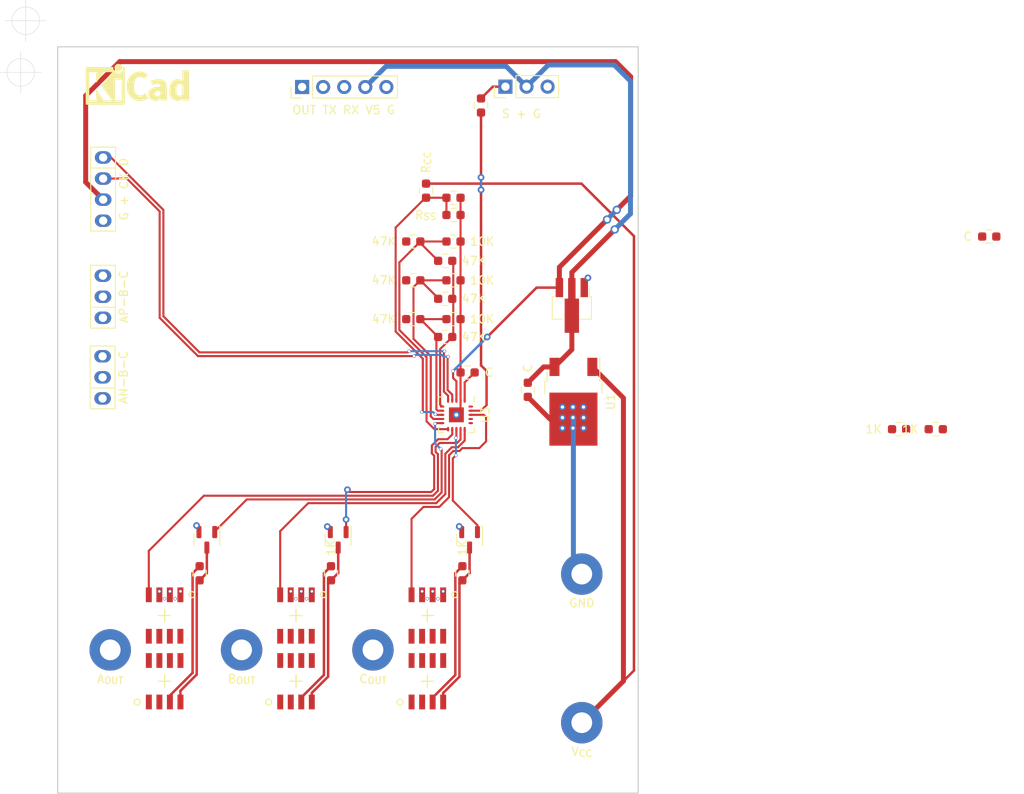
<source format=kicad_pcb>
(kicad_pcb (version 20211014) (generator pcbnew)
  (layers (0 "F.Cu" signal) (31 "B.Cu" signal) (34 "B.Paste" user) (35 "F.Paste" user) (36 "B.SilkS" user "B.Silkscreen") (37 "F.SilkS" user "F.Silkscreen") (38 "B.Mask" user) (39 "F.Mask" user) (44 "Edge.Cuts" user))
  (net 0 "")
  (net 1 "GND")
  (net 2 "Net-(C1-Pad1)")
  (net 3 "VCC")
  (net 4 "RXD")
  (net 5 "TXD")
  (net 6 "CPOUT")
  (net 7 "Net-(J4-Pad1)")
  (net 8 "+3V3")
  (net 9 "CK")
  (net 10 "2D")
  (net 11 "AOUT")
  (net 12 "BOUT")
  (net 13 "COUT")
  (net 14 "BP")
  (net 15 "Net-(Q1-Pad3)")
  (net 16 "Net-(Q4-Pad3)")
  (net 17 "CP")
  (net 18 "AP")
  (net 19 "Net-(Q7-Pad3)")
  (net 20 "RCP")
  (net 21 "FC")
  (net 22 "FB")
  (net 23 "FA")
  (net 24 "BN")
  (net 25 "CN")
  (net 26 "AN")
  (net 27 "+5V")
  (net 28 "F_ABC")
  (net 29 "V_SAMPLE")
  (footprint "MountingHole:MountingHole_2.5mm_Pad_TopBottom" (layer "F.Cu") (at 36.34 102.72)
    (fp_text reference "J8")
    (fp_text value "A_{OUT}" (at 0 3.5) (layer "F.SilkS"))
    (pad "1" thru_hole circle locked (at 0 0) (size 2.9 2.9) (drill 2.5) (layers *.Cu *.Mask) (net 11 "AOUT"))
    (pad "1" connect circle locked (at 0 0) (size 5 5) (layers "F.Cu" "F.Mask") (net 11 "AOUT"))
    (pad "1" connect circle locked (at 0 0) (size 5 5) (layers "B.Cu" "B.Mask") (net 11 "AOUT"))
  )
  (footprint "MountingHole:MountingHole_2.5mm_Pad_TopBottom" (layer "F.Cu") (at 93.2 93.58)
    (fp_text reference "J1")
    (fp_text value "GND" (at 0 3.5) (layer "F.SilkS"))
    (pad "1" thru_hole circle locked (at 0 0) (size 2.9 2.9) (drill 2.5) (layers *.Cu *.Mask) (net 1 "GND"))
    (pad "1" connect circle locked (at 0 0) (size 5 5) (layers "F.Cu" "F.Mask") (net 1 "GND"))
    (pad "1" connect circle locked (at 0 0) (size 5 5) (layers "B.Cu" "B.Mask") (net 1 "GND"))
  )
  (footprint "footprint:SOIC-8" (layer "F.Cu") (at 74.58 106.48 90)
    (fp_text reference "Q9")
    (fp_text value "pfet")
    (pad "1" smd rect locked (at -2.522068 -1.902486 180) (size 0.72 1.78) (layers "F.Cu" "F.Paste" "F.Mask") (net 3 "VCC"))
    (pad "2" smd rect locked (at -2.522068 -0.632486 180) (size 0.72 1.78) (layers "F.Cu" "F.Paste" "F.Mask") (net 3 "VCC"))
    (pad "3" smd rect locked (at -2.522068 0.637514 180) (size 0.72 1.78) (layers "F.Cu" "F.Paste" "F.Mask") (net 3 "VCC"))
    (pad "4" smd rect locked (at -2.522068 1.907514 180) (size 0.72 1.78) (layers "F.Cu" "F.Paste" "F.Mask") (net 19 "Net-(Q7-Pad3)"))
    (pad "5" smd rect locked (at 2.477932 1.907514 180) (size 0.72 1.78) (layers "F.Cu" "F.Paste" "F.Mask") (net 13 "COUT"))
    (pad "6" smd rect locked (at 2.477932 0.637514 180) (size 0.72 1.78) (layers "F.Cu" "F.Paste" "F.Mask") (net 13 "COUT"))
    (pad "7" smd rect locked (at 2.477932 -0.632486 180) (size 0.72 1.78) (layers "F.Cu" "F.Paste" "F.Mask") (net 13 "COUT"))
    (pad "8" smd rect locked (at 2.477932 -1.902486 180) (size 0.72 1.78) (layers "F.Cu" "F.Paste" "F.Mask") (net 13 "COUT"))
  )
  (footprint "footprint:0603_p1.7xpad1.0" (layer "F.Cu") (at 76.73 60.39)
    (fp_text reference "R11" hide)
    (fp_text value "47K" (at 5 0) (layer "F.SilkS") (effects (justify right)))
    (pad "1" smd roundrect locked (at -0.85 0) (size 1 1) (layers "F.Cu" "F.Paste" "F.Mask") (net 22 "FB"))
    (pad "2" smd roundrect locked (at 0.85 0) (size 1 1) (layers "F.Cu" "F.Paste" "F.Mask") (net 28 "F_ABC"))
  )
  (footprint "footprint:0603_p1.7xpad1.0" (layer "F.Cu") (at 76.73 55.81)
    (fp_text reference "R12" hide)
    (fp_text value "47K" (at 5 0) (layer "F.SilkS") (effects (justify right)))
    (pad "1" smd roundrect locked (at -0.85 0) (size 1 1) (layers "F.Cu" "F.Paste" "F.Mask") (net 23 "FA"))
    (pad "2" smd roundrect locked (at 0.85 0) (size 1 1) (layers "F.Cu" "F.Paste" "F.Mask") (net 28 "F_ABC"))
  )
  (footprint "Connector_PinHeader_2.54mm:PinHeader_1x05_P2.54mm_Vertical" (layer "F.Cu") (at 59.475 34.85 90)
    (fp_text reference "J3")
    (fp_text value "OUT TX RX V5 G" (at -2.77 5.025) (layer "F.SilkS"))
    (pad "1" thru_hole rect locked (at 0 0 90) (size 1.7 1.7) (drill 1) (layers *.Cu *.Mask) (net 6 "CPOUT"))
    (pad "2" thru_hole oval locked (at 0 2.54 90) (size 1.7 1.7) (drill 1) (layers *.Cu *.Mask) (net 5 "TXD"))
    (pad "3" thru_hole oval locked (at 0 5.08 90) (size 1.7 1.7) (drill 1) (layers *.Cu *.Mask) (net 4 "RXD"))
    (pad "4" thru_hole oval locked (at 0 7.62 90) (size 1.7 1.7) (drill 1) (layers *.Cu *.Mask) (net 27 "+5V"))
    (pad "5" thru_hole oval locked (at 0 10.16 90) (size 1.7 1.7) (drill 1) (layers *.Cu *.Mask) (net 1 "GND"))
  )
  (footprint "footprint:CONN3-P2.54-DR1.0-W1.5" (layer "F.Cu") (at 35.46 60.14 90)
    (fp_text reference "J6")
    (fp_text value "AP-B-C" (at 0 2.5 90) (layer "F.SilkS"))
    (pad "1" thru_hole oval locked (at -2.54 0 90) (size 1.5 2) (drill 1) (layers *.Cu *.Mask) (net 18 "AP"))
    (pad "2" thru_hole oval locked (at 0 0 90) (size 1.5 2) (drill 1) (layers *.Cu *.Mask) (net 14 "BP"))
    (pad "3" thru_hole oval locked (at 2.54 0 90) (size 1.5 2) (drill 1) (layers *.Cu *.Mask) (net 17 "CP"))
  )
  (footprint "footprint:0603_p1.7xpad1.0" (layer "F.Cu") (at 77.73 58.16)
    (fp_text reference "R7" hide)
    (fp_text value "10K" (at 5 0) (layer "F.SilkS") (effects (justify right)))
    (pad "1" smd roundrect locked (at -0.85 0) (size 1 1) (layers "F.Cu" "F.Paste" "F.Mask") (net 22 "FB"))
    (pad "2" smd roundrect locked (at 0.85 0) (size 1 1) (layers "F.Cu" "F.Paste" "F.Mask") (net 1 "GND"))
  )
  (footprint "footprint:SOIC-8" (layer "F.Cu") (at 42.9 106.48 90)
    (fp_text reference "Q3")
    (fp_text value "pfet" hide)
    (pad "1" smd rect locked (at -2.522068 -1.902486 180) (size 0.72 1.78) (layers "F.Cu" "F.Paste" "F.Mask") (net 3 "VCC"))
    (pad "2" smd rect locked (at -2.522068 -0.632486 180) (size 0.72 1.78) (layers "F.Cu" "F.Paste" "F.Mask") (net 3 "VCC"))
    (pad "3" smd rect locked (at -2.522068 0.637514 180) (size 0.72 1.78) (layers "F.Cu" "F.Paste" "F.Mask") (net 3 "VCC"))
    (pad "4" smd rect locked (at -2.522068 1.907514 180) (size 0.72 1.78) (layers "F.Cu" "F.Paste" "F.Mask") (net 15 "Net-(Q1-Pad3)"))
    (pad "5" smd rect locked (at 2.477932 1.907514 180) (size 0.72 1.78) (layers "F.Cu" "F.Paste" "F.Mask") (net 11 "AOUT"))
    (pad "6" smd rect locked (at 2.477932 0.637514 180) (size 0.72 1.78) (layers "F.Cu" "F.Paste" "F.Mask") (net 11 "AOUT"))
    (pad "7" smd rect locked (at 2.477932 -0.632486 180) (size 0.72 1.78) (layers "F.Cu" "F.Paste" "F.Mask") (net 11 "AOUT"))
    (pad "8" smd rect locked (at 2.477932 -1.902486 180) (size 0.72 1.78) (layers "F.Cu" "F.Paste" "F.Mask") (net 11 "AOUT"))
  )
  (footprint "footprint:0603_p1.7xpad1.0" (layer "F.Cu") (at 131.46 76.11)
    (fp_text reference "R16")
    (fp_text value "1K" (at -2 0) (layer "F.SilkS") (effects (justify right)))
    (pad "1" smd roundrect locked (at -0.85 0) (size 1 1) (layers "F.Cu" "F.Paste" "F.Mask") (net 5 "TXD"))
    (pad "2" smd roundrect locked (at 0.85 0) (size 1 1) (layers "F.Cu" "F.Paste" "F.Mask") (net 27 "+5V"))
  )
  (footprint "footprint:0603_p1.7xpad1.0" (layer "F.Cu") (at 77.73 62.84)
    (fp_text reference "R9" hide)
    (fp_text value "10K" (at 5 0) (layer "F.SilkS") (effects (justify right)))
    (pad "1" smd roundrect locked (at -0.85 0) (size 1 1) (layers "F.Cu" "F.Paste" "F.Mask") (net 21 "FC"))
    (pad "2" smd roundrect locked (at 0.85 0) (size 1 1) (layers "F.Cu" "F.Paste" "F.Mask") (net 1 "GND"))
  )
  (footprint "footprint:0603_p1.7xpad1.0" (layer "F.Cu") (at 81.05 37.08 -90)
    (fp_text reference "R3")
    (fp_text value "47K")
    (pad "1" smd roundrect locked (at -0.85 0 270) (size 1 1) (layers "F.Cu" "F.Paste" "F.Mask") (net 7 "Net-(J4-Pad1)"))
    (pad "2" smd roundrect locked (at 0.85 0 270) (size 1 1) (layers "F.Cu" "F.Paste" "F.Mask") (net 20 "RCP"))
  )
  (footprint "footprint:0603_p1.7xpad1.0" (layer "F.Cu") (at 142.327932 52.88379)
    (fp_text reference "C3")
    (fp_text value "C" (at -2 0) (layer "F.SilkS") (effects (justify right)))
    (pad "1" smd roundrect locked (at -0.85 0) (size 1 1) (layers "F.Cu" "F.Paste" "F.Mask") (net 8 "+3V3"))
    (pad "2" smd roundrect locked (at 0.85 0) (size 1 1) (layers "F.Cu" "F.Paste" "F.Mask") (net 1 "GND"))
  )
  (footprint "Symbol:KiCad-Logo_5mm_SilkScreen" (layer "F.Cu") (at 39.66 35.05)
    (fp_text reference "REF**" hide)
    (fp_text value "KiCad-Logo_5mm_SilkScreen" hide)
  )
  (footprint "footprint:0603_p1.7xpad1.0" (layer "F.Cu") (at 77.73 53.48)
    (fp_text reference "R5" hide)
    (fp_text value "10K" (at 5 0) (layer "F.SilkS") (effects (justify right)))
    (pad "1" smd roundrect locked (at -0.85 0) (size 1 1) (layers "F.Cu" "F.Paste" "F.Mask") (net 23 "FA"))
    (pad "2" smd roundrect locked (at 0.85 0) (size 1 1) (layers "F.Cu" "F.Paste" "F.Mask") (net 1 "GND"))
  )
  (footprint "footprint:SOIC-8" (layer "F.Cu") (at 58.74 98.6 -90)
    (fp_text reference "Q5")
    (fp_text value "nfet")
    (pad "1" smd rect locked (at -2.522068 -1.902486) (size 0.72 1.78) (layers "F.Cu" "F.Paste" "F.Mask") (net 1 "GND"))
    (pad "2" smd rect locked (at -2.522068 -0.632486) (size 0.72 1.78) (layers "F.Cu" "F.Paste" "F.Mask") (net 1 "GND"))
    (pad "3" smd rect locked (at -2.522068 0.637514) (size 0.72 1.78) (layers "F.Cu" "F.Paste" "F.Mask") (net 1 "GND"))
    (pad "4" smd rect locked (at -2.522068 1.907514) (size 0.72 1.78) (layers "F.Cu" "F.Paste" "F.Mask") (net 24 "BN"))
    (pad "5" smd rect locked (at 2.477932 1.907514) (size 0.72 1.78) (layers "F.Cu" "F.Paste" "F.Mask") (net 12 "BOUT"))
    (pad "6" smd rect locked (at 2.477932 0.637514) (size 0.72 1.78) (layers "F.Cu" "F.Paste" "F.Mask") (net 12 "BOUT"))
    (pad "7" smd rect locked (at 2.477932 -0.632486) (size 0.72 1.78) (layers "F.Cu" "F.Paste" "F.Mask") (net 12 "BOUT"))
    (pad "8" smd rect locked (at 2.477932 -1.902486) (size 0.72 1.78) (layers "F.Cu" "F.Paste" "F.Mask") (net 12 "BOUT"))
  )
  (footprint "MountingHole:MountingHole_2.5mm_Pad_TopBottom" (layer "F.Cu") (at 68.02 102.72)
    (fp_text reference "J10")
    (fp_text value "C_{OUT}" (at 0 3.5) (layer "F.SilkS"))
    (pad "1" connect circle locked (at 0 0) (size 5 5) (layers "B.Cu" "B.Mask") (net 13 "COUT"))
    (pad "1" thru_hole circle locked (at 0 0) (size 2.9 2.9) (drill 2.5) (layers *.Cu *.Mask) (net 13 "COUT"))
    (pad "1" connect circle locked (at 0 0) (size 5 5) (layers "F.Cu" "F.Mask") (net 13 "COUT"))
  )
  (footprint "Connector_PinHeader_2.54mm:PinHeader_1x03_P2.54mm_Vertical" (layer "F.Cu") (at 83.995 34.81 90)
    (fp_text reference "J4")
    (fp_text value "S + G" (at -3.27 1.94 180) (layer "F.SilkS"))
    (pad "1" thru_hole rect locked (at 0 0 90) (size 1.7 1.7) (drill 1) (layers *.Cu *.Mask) (net 7 "Net-(J4-Pad1)"))
    (pad "2" thru_hole oval locked (at 0 2.54 90) (size 1.7 1.7) (drill 1) (layers *.Cu *.Mask) (net 27 "+5V"))
    (pad "3" thru_hole oval locked (at 0 5.08 90) (size 1.7 1.7) (drill 1) (layers *.Cu *.Mask) (net 1 "GND"))
  )
  (footprint "Package_TO_SOT_SMD:SOT-23" (layer "F.Cu") (at 63.83 89.45 -90)
    (fp_text reference "Q4" hide)
    (fp_text value "2N3055" hide)
    (pad "1" smd roundrect locked (at -0.9375 -0.95 270) (size 1.475 0.6) (layers "F.Cu" "F.Paste" "F.Mask") (net 14 "BP"))
    (pad "2" smd roundrect locked (at -0.9375 0.95 270) (size 1.475 0.6) (layers "F.Cu" "F.Paste" "F.Mask") (net 1 "GND"))
    (pad "3" smd roundrect locked (at 0.9375 0 270) (size 1.475 0.6) (layers "F.Cu" "F.Paste" "F.Mask") (net 16 "Net-(Q4-Pad3)"))
  )
  (footprint "footprint:0603_p1.7xpad1.0" (layer "F.Cu") (at 62.96 93.48 -90)
    (fp_text reference "R14")
    (fp_text value "1K" (at -2 0 90) (layer "F.SilkS") (effects (justify left)))
    (pad "1" smd roundrect locked (at -0.85 0 270) (size 1 1) (layers "F.Cu" "F.Paste" "F.Mask") (net 3 "VCC"))
    (pad "2" smd roundrect locked (at 0.85 0 270) (size 1 1) (layers "F.Cu" "F.Paste" "F.Mask") (net 16 "Net-(Q4-Pad3)"))
  )
  (footprint "footprint:0603_p1.7xpad1.0" (layer "F.Cu") (at 79.43 69.27 180)
    (fp_text reference "C1")
    (fp_text value "C" (at -2 0) (layer "F.SilkS") (effects (justify left)))
    (pad "1" smd roundrect locked (at -0.85 0 180) (size 1 1) (layers "F.Cu" "F.Paste" "F.Mask") (net 2 "Net-(C1-Pad1)"))
    (pad "2" smd roundrect locked (at 0.85 0 180) (size 1 1) (layers "F.Cu" "F.Paste" "F.Mask") (net 1 "GND"))
  )
  (footprint "footprint:0603_p1.7xpad1.0" (layer "F.Cu") (at 78.8 93.48 -90)
    (fp_text reference "R15")
    (fp_text value "1K" (at -2 0 90) (layer "F.SilkS") (effects (justify left)))
    (pad "1" smd roundrect locked (at -0.85 0 270) (size 1 1) (layers "F.Cu" "F.Paste" "F.Mask") (net 3 "VCC"))
    (pad "2" smd roundrect locked (at 0.85 0 270) (size 1 1) (layers "F.Cu" "F.Paste" "F.Mask") (net 19 "Net-(Q7-Pad3)"))
  )
  (footprint "footprint:0603_p1.7xpad1.0" (layer "F.Cu") (at 72.88 58.16)
    (fp_text reference "R6" hide)
    (fp_text value "47K" (at -2 0) (layer "F.SilkS") (effects (justify right)))
    (pad "1" smd roundrect locked (at -0.85 0) (size 1 1) (layers "F.Cu" "F.Paste" "F.Mask") (net 12 "BOUT"))
    (pad "2" smd roundrect locked (at 0.85 0) (size 1 1) (layers "F.Cu" "F.Paste" "F.Mask") (net 22 "FB"))
  )
  (footprint "Package_TO_SOT_SMD:SOT-89-3_Handsoldering" (layer "F.Cu") (at 92 61.19 -90)
    (fp_text reference "U2" hide)
    (fp_text value "REGULAR-7133-1" hide)
    (pad "1" smd rect locked (at -2.15 -1.5 270) (size 2.3 0.9) (layers "F.Cu" "F.Paste" "F.Mask") (net 1 "GND"))
    (pad "2" smd custom locked (at -2.0625 0 270) (size 2.475 0.9) (layers "F.Cu" "F.Paste" "F.Mask") (net 27 "+5V") (options (clearance outline) (anchor rect)) (primitives (gr_poly (pts (xy 5.3625 0.8665) (xy 1.2375 0.8665) (xy 1.2375 -0.8665) (xy 5.3625 -0.8665)) (width 0) (fill yes))))
    (pad "3" smd rect locked (at -2.15 1.5 270) (size 2.3 0.9) (layers "F.Cu" "F.Paste" "F.Mask") (net 8 "+3V3"))
  )
  (footprint "footprint:0603_p1.7xpad1.0" (layer "F.Cu") (at 74.42 47.35 -90)
    (fp_text reference "R1" hide)
    (fp_text value "R_{CC}" (at -2 0 90) (layer "F.SilkS") (effects (justify left)))
    (pad "1" smd roundrect locked (at -0.85 0 270) (size 1 1) (layers "F.Cu" "F.Paste" "F.Mask") (net 3 "VCC"))
    (pad "2" smd roundrect locked (at 0.85 0 270) (size 1 1) (layers "F.Cu" "F.Paste" "F.Mask") (net 29 "V_SAMPLE"))
  )
  (footprint "footprint:CONN4-P2.54-DR1.0-W1.5" (layer "F.Cu") (at 35.49 47.16 -90)
    (fp_text reference "J5")
    (fp_text value "G + CK D" (at 0 -2.5 -270) (layer "F.SilkS"))
    (pad "1" thru_hole oval locked (at -3.81 0 270) (size 1.5 2) (drill 1) (layers *.Cu *.Mask) (net 10 "2D"))
    (pad "2" thru_hole oval locked (at -1.27 0 270) (size 1.5 2) (drill 1) (layers *.Cu *.Mask) (net 9 "CK"))
    (pad "3" thru_hole oval locked (at 1.27 0 270) (size 1.5 2) (drill 1) (layers *.Cu *.Mask) (net 8 "+3V3"))
    (pad "4" thru_hole oval locked (at 3.81 0 270) (size 1.5 2) (drill 1) (layers *.Cu *.Mask) (net 1 "GND"))
  )
  (footprint "Package_TO_SOT_SMD:SOT-23" (layer "F.Cu") (at 47.99 89.45 -90)
    (fp_text reference "Q1" hide)
    (fp_text value "2N3055" hide)
    (pad "1" smd roundrect locked (at -0.9375 -0.95 270) (size 1.475 0.6) (layers "F.Cu" "F.Paste" "F.Mask") (net 18 "AP"))
    (pad "2" smd roundrect locked (at -0.9375 0.95 270) (size 1.475 0.6) (layers "F.Cu" "F.Paste" "F.Mask") (net 1 "GND"))
    (pad "3" smd roundrect locked (at 0.9375 0 270) (size 1.475 0.6) (layers "F.Cu" "F.Paste" "F.Mask") (net 15 "Net-(Q1-Pad3)"))
  )
  (footprint "footprint:CONN3-P2.54-DR1.0-W1.5" (layer "F.Cu") (at 35.42 69.86 90)
    (fp_text reference "J7")
    (fp_text value "AN-B-C" (at 0 2.5 90) (layer "F.SilkS"))
    (pad "1" thru_hole oval locked (at -2.54 0 90) (size 1.5 2) (drill 1) (layers *.Cu *.Mask) (net 26 "AN"))
    (pad "2" thru_hole oval locked (at 0 0 90) (size 1.5 2) (drill 1) (layers *.Cu *.Mask) (net 24 "BN"))
    (pad "3" thru_hole oval locked (at 2.54 0 90) (size 1.5 2) (drill 1) (layers *.Cu *.Mask) (net 25 "CN"))
  )
  (footprint "footprint:QFN-20_EP_4x4_Pitch0.5mm" (layer "F.Cu") (at 78.08 74.38 -90)
    (fp_text reference "U3" (at 0 -3.5 90) (layer "F.SilkS"))
    (fp_text value "C8051F330")
    (pad "1" smd oval (at -1.725 -1) (size 0.25 0.55) (layers "F.Cu" "F.Paste" "F.Mask") (net 2 "Net-(C1-Pad1)"))
    (pad "2" smd oval (at -1.725 -0.5) (size 0.25 0.55) (layers "F.Cu" "F.Paste" "F.Mask") (net 1 "GND"))
    (pad "3" smd oval (at -1.725 0) (size 0.25 0.55) (layers "F.Cu" "F.Paste" "F.Mask") (net 8 "+3V3"))
    (pad "4" smd oval (at -1.725 0.5) (size 0.25 0.55) (layers "F.Cu" "F.Paste" "F.Mask") (net 9 "CK"))
    (pad "5" smd oval (at -1.725 1) (size 0.25 0.55) (layers "F.Cu" "F.Paste" "F.Mask") (net 10 "2D"))
    (pad "6" smd oval (at -1 1.725 270) (size 0.25 0.55) (layers "F.Cu" "F.Paste" "F.Mask") (net 28 "F_ABC"))
    (pad "7" smd oval (at -0.5 1.725 270) (size 0.25 0.55) (layers "F.Cu" "F.Paste" "F.Mask") (net 21 "FC"))
    (pad "8" smd oval (at 0 1.725 270) (size 0.25 0.55) (layers "F.Cu" "F.Paste" "F.Mask") (net 29 "V_SAMPLE"))
    (pad "9" smd oval (at 0.5 1.725 270) (size 0.25 0.55) (layers "F.Cu" "F.Paste" "F.Mask") (net 22 "FB"))
    (pad "10" smd oval (at 1 1.725 270) (size 0.25 0.55) (layers "F.Cu" "F.Paste" "F.Mask") (net 18 "AP"))
    (pad "11" smd oval (at 1.725 1) (size 0.25 0.55) (layers "F.Cu" "F.Paste" "F.Mask") (net 23 "FA"))
    (pad "12" smd oval (at 1.725 0.5) (size 0.25 0.55) (layers "F.Cu" "F.Paste" "F.Mask") (net 14 "BP"))
    (pad "13" smd oval (at 1.725 0) (size 0.25 0.55) (layers "F.Cu" "F.Paste" "F.Mask") (net 17 "CP"))
    (pad "14" smd oval (at 1.725 -0.5) (size 0.25 0.55) (layers "F.Cu" "F.Paste" "F.Mask") (net 26 "AN"))
    (pad "15" smd oval (at 1.725 -1) (size 0.25 0.55) (layers "F.Cu" "F.Paste" "F.Mask") (net 24 "BN"))
    (pad "16" smd oval (at 1 -1.725 270) (size 0.25 0.55) (layers "F.Cu" "F.Paste" "F.Mask") (net 4 "RXD"))
    (pad "17" smd oval (at 0.5 -1.725 270) (size 0.25 0.55) (layers "F.Cu" "F.Paste" "F.Mask") (net 5 "TXD"))
    (pad "18" smd oval (at 0 -1.725 270) (size 0.25 0.55) (layers "F.Cu" "F.Paste" "F.Mask") (net 25 "CN"))
    (pad "19" smd oval (at -0.5 -1.725 270) (size 0.25 0.55) (layers "F.Cu" "F.Paste" "F.Mask") (net 20 "RCP"))
    (pad "20" smd oval (at -1 -1.725 270) (size 0.25 0.55) (layers "F.Cu" "F.Paste" "F.Mask") (net 6 "CPOUT"))
    (pad "21" smd rect (at 0 0 270) (size 1.8 1.8) (layers "F.Cu" "F.Paste" "F.Mask") (net 1 "GND"))
    (pad "21" thru_hole circle (at 0 0 270) (size 0.9 0.9) (drill 0.45) (layers *.Cu *.Mask) (net 1 "GND"))
  )
  (footprint "footprint:SOIC-8" (layer "F.Cu") (at 74.58 98.6 -90)
    (fp_text reference "Q8")
    (fp_text value "nfet")
    (pad "1" smd rect locked (at -2.522068 -1.902486) (size 0.72 1.78) (layers "F.Cu" "F.Paste" "F.Mask") (net 1 "GND"))
    (pad "2" smd rect locked (at -2.522068 -0.632486) (size 0.72 1.78) (layers "F.Cu" "F.Paste" "F.Mask") (net 1 "GND"))
    (pad "3" smd rect locked (at -2.522068 0.637514) (size 0.72 1.78) (layers "F.Cu" "F.Paste" "F.Mask") (net 1 "GND"))
    (pad "4" smd rect locked (at -2.522068 1.907514) (size 0.72 1.78) (layers "F.Cu" "F.Paste" "F.Mask") (net 25 "CN"))
    (pad "5" smd rect locked (at 2.477932 1.907514) (size 0.72 1.78) (layers "F.Cu" "F.Paste" "F.Mask") (net 13 "COUT"))
    (pad "6" smd rect locked (at 2.477932 0.637514) (size 0.72 1.78) (layers "F.Cu" "F.Paste" "F.Mask") (net 13 "COUT"))
    (pad "7" smd rect locked (at 2.477932 -0.632486) (size 0.72 1.78) (layers "F.Cu" "F.Paste" "F.Mask") (net 13 "COUT"))
    (pad "8" smd rect locked (at 2.477932 -1.902486) (size 0.72 1.78) (layers "F.Cu" "F.Paste" "F.Mask") (net 13 "COUT"))
  )
  (footprint "footprint:0603_p1.7xpad1.0" (layer "F.Cu") (at 77.73 50.28)
    (fp_text reference "R2")
    (fp_text value "R_{SS}" (at -2 0) (layer "F.SilkS") (effects (justify right)))
    (pad "1" smd roundrect locked (at -0.85 0) (size 1 1) (layers "F.Cu" "F.Paste" "F.Mask") (net 29 "V_SAMPLE"))
    (pad "2" smd roundrect locked (at 0.85 0) (size 1 1) (layers "F.Cu" "F.Paste" "F.Mask") (net 1 "GND"))
  )
  (footprint "footprint:0603_p1.7xpad1.0" (layer "F.Cu") (at 86.69 71.36 -90)
    (fp_text reference "C2")
    (fp_text value "C" (at -2 0 90) (layer "F.SilkS") (effects (justify left)))
    (pad "1" smd roundrect locked (at -0.85 0 270) (size 1 1) (layers "F.Cu" "F.Paste" "F.Mask") (net 27 "+5V"))
    (pad "2" smd roundrect locked (at 0.85 0 270) (size 1 1) (layers "F.Cu" "F.Paste" "F.Mask") (net 1 "GND"))
  )
  (footprint "MountingHole:MountingHole_2.5mm_Pad_TopBottom" (layer "F.Cu") (at 93.2 111.5)
    (fp_text reference "J2")
    (fp_text value "V_{CC}" (at 0 3.5) (layer "F.SilkS"))
    (pad "1" thru_hole circle locked (at 0 0) (size 2.9 2.9) (drill 2.5) (layers *.Cu *.Mask) (net 3 "VCC"))
    (pad "1" connect circle locked (at 0 0) (size 5 5) (layers "B.Cu" "B.Mask") (net 3 "VCC"))
    (pad "1" connect circle locked (at 0 0) (size 5 5) (layers "F.Cu" "F.Mask") (net 3 "VCC"))
  )
  (footprint "footprint:SOIC-8" (layer "F.Cu") (at 42.9 98.6 -90)
    (fp_text reference "Q2")
    (fp_text value "nfet" hide)
    (pad "1" smd rect locked (at -2.522068 -1.902486) (size 0.72 1.78) (layers "F.Cu" "F.Paste" "F.Mask") (net 1 "GND"))
    (pad "2" smd rect locked (at -2.522068 -0.632486) (size 0.72 1.78) (layers "F.Cu" "F.Paste" "F.Mask") (net 1 "GND"))
    (pad "3" smd rect locked (at -2.522068 0.637514) (size 0.72 1.78) (layers "F.Cu" "F.Paste" "F.Mask") (net 1 "GND"))
    (pad "4" smd rect locked (at -2.522068 1.907514) (size 0.72 1.78) (layers "F.Cu" "F.Paste" "F.Mask") (net 26 "AN"))
    (pad "5" smd rect locked (at 2.477932 1.907514) (size 0.72 1.78) (layers "F.Cu" "F.Paste" "F.Mask") (net 11 "AOUT"))
    (pad "6" smd rect locked (at 2.477932 0.637514) (size 0.72 1.78) (layers "F.Cu" "F.Paste" "F.Mask") (net 11 "AOUT"))
    (pad "7" smd rect locked (at 2.477932 -0.632486) (size 0.72 1.78) (layers "F.Cu" "F.Paste" "F.Mask") (net 11 "AOUT"))
    (pad "8" smd rect locked (at 2.477932 -1.902486) (size 0.72 1.78) (layers "F.Cu" "F.Paste" "F.Mask") (net 11 "AOUT"))
  )
  (footprint "footprint:0603_p1.7xpad1.0" (layer "F.Cu") (at 77.73 48.20379)
    (fp_text reference "C4" hide)
    (fp_text value "C" hide)
    (pad "1" smd roundrect locked (at -0.85 0) (size 1 1) (layers "F.Cu" "F.Paste" "F.Mask") (net 29 "V_SAMPLE"))
    (pad "2" smd roundrect locked (at 0.85 0) (size 1 1) (layers "F.Cu" "F.Paste" "F.Mask") (net 1 "GND"))
  )
  (footprint "footprint:0603_p1.7xpad1.0" (layer "F.Cu") (at 76.73 64.99)
    (fp_text reference "R10" hide)
    (fp_text value "47K" (at 5 0) (layer "F.SilkS") (effects (justify right)))
    (pad "1" smd roundrect locked (at -0.85 0) (size 1 1) (layers "F.Cu" "F.Paste" "F.Mask") (net 21 "FC"))
    (pad "2" smd roundrect locked (at 0.85 0) (size 1 1) (layers "F.Cu" "F.Paste" "F.Mask") (net 28 "F_ABC"))
  )
  (footprint "MountingHole:MountingHole_2.5mm_Pad_TopBottom" (layer "F.Cu") (at 52.18 102.72)
    (fp_text reference "J9")
    (fp_text value "B_{OUT}" (at 0 3.5) (layer "F.SilkS"))
    (pad "1" connect circle locked (at 0 0) (size 5 5) (layers "B.Cu" "B.Mask") (net 12 "BOUT"))
    (pad "1" connect circle locked (at 0 0) (size 5 5) (layers "F.Cu" "F.Mask") (net 12 "BOUT"))
    (pad "1" thru_hole circle locked (at 0 0) (size 2.9 2.9) (drill 2.5) (layers *.Cu *.Mask) (net 12 "BOUT"))
  )
  (footprint "footprint:0603_p1.7xpad1.0" (layer "F.Cu") (at 135.88 76.11)
    (fp_text reference "R17")
    (fp_text value "1K" (at -2 0) (layer "F.SilkS") (effects (justify right)))
    (pad "1" smd roundrect locked (at -0.85 0) (size 1 1) (layers "F.Cu" "F.Paste" "F.Mask") (net 4 "RXD"))
    (pad "2" smd roundrect locked (at 0.85 0) (size 1 1) (layers "F.Cu" "F.Paste" "F.Mask") (net 27 "+5V"))
  )
  (footprint "footprint:0603_p1.7xpad1.0" (layer "F.Cu") (at 72.88 53.48)
    (fp_text reference "R4" hide)
    (fp_text value "47K" (at -2 0) (layer "F.SilkS") (effects (justify right)))
    (pad "1" smd roundrect locked (at -0.85 0) (size 1 1) (layers "F.Cu" "F.Paste" "F.Mask") (net 11 "AOUT"))
    (pad "2" smd roundrect locked (at 0.85 0) (size 1 1) (layers "F.Cu" "F.Paste" "F.Mask") (net 23 "FA"))
  )
  (footprint "footprint:SOIC-8" (layer "F.Cu") (at 58.74 106.48 90)
    (fp_text reference "Q6")
    (fp_text value "pfet")
    (pad "1" smd rect locked (at -2.522068 -1.902486 180) (size 0.72 1.78) (layers "F.Cu" "F.Paste" "F.Mask") (net 3 "VCC"))
    (pad "2" smd rect locked (at -2.522068 -0.632486 180) (size 0.72 1.78) (layers "F.Cu" "F.Paste" "F.Mask") (net 3 "VCC"))
    (pad "3" smd rect locked (at -2.522068 0.637514 180) (size 0.72 1.78) (layers "F.Cu" "F.Paste" "F.Mask") (net 3 "VCC"))
    (pad "4" smd rect locked (at -2.522068 1.907514 180) (size 0.72 1.78) (layers "F.Cu" "F.Paste" "F.Mask") (net 16 "Net-(Q4-Pad3)"))
    (pad "5" smd rect locked (at 2.477932 1.907514 180) (size 0.72 1.78) (layers "F.Cu" "F.Paste" "F.Mask") (net 12 "BOUT"))
    (pad "6" smd rect locked (at 2.477932 0.637514 180) (size 0.72 1.78) (layers "F.Cu" "F.Paste" "F.Mask") (net 12 "BOUT"))
    (pad "7" smd rect locked (at 2.477932 -0.632486 180) (size 0.72 1.78) (layers "F.Cu" "F.Paste" "F.Mask") (net 12 "BOUT"))
    (pad "8" smd rect locked (at 2.477932 -1.902486 180) (size 0.72 1.78) (layers "F.Cu" "F.Paste" "F.Mask") (net 12 "BOUT"))
  )
  (footprint "footprint:0603_p1.7xpad1.0" (layer "F.Cu") (at 47.12 93.48 -90)
    (fp_text reference "R13" hide)
    (fp_text value "1K" hide)
    (pad "1" smd roundrect locked (at -0.85 0 270) (size 1 1) (layers "F.Cu" "F.Paste" "F.Mask") (net 3 "VCC"))
    (pad "2" smd roundrect locked (at 0.85 0 270) (size 1 1) (layers "F.Cu" "F.Paste" "F.Mask") (net 15 "Net-(Q1-Pad3)"))
  )
  (footprint "Package_TO_SOT_SMD:SOT-23" (layer "F.Cu") (at 79.67 89.45 -90)
    (fp_text reference "Q7" hide)
    (fp_text value "2N3055" hide)
    (pad "1" smd roundrect locked (at -0.9375 -0.95 270) (size 1.475 0.6) (layers "F.Cu" "F.Paste" "F.Mask") (net 17 "CP"))
    (pad "2" smd roundrect locked (at -0.9375 0.95 270) (size 1.475 0.6) (layers "F.Cu" "F.Paste" "F.Mask") (net 1 "GND"))
    (pad "3" smd roundrect locked (at 0.9375 0 270) (size 1.475 0.6) (layers "F.Cu" "F.Paste" "F.Mask") (net 19 "Net-(Q7-Pad3)"))
  )
  (footprint "Package_TO_SOT_SMD:TO-252-2" (layer "F.Cu") (at 92.19 72.8 -90)
    (fp_text reference "U1" (at 0 -4.5 90) (layer "F.SilkS"))
    (fp_text value "L7805")
    (pad "1" smd rect locked (at -4.2 -2.28 270) (size 2.2 1.2) (layers "F.Cu" "F.Paste" "F.Mask") (net 3 "VCC"))
    (pad "2" smd rect locked (at 2.1 0 270) (size 6.4 5.8) (layers "F.Cu" "F.Mask") (net 1 "GND"))
    (pad "3" smd rect locked (at -4.2 2.28 270) (size 2.2 1.2) (layers "F.Cu" "F.Paste" "F.Mask") (net 27 "+5V"))
  )
  (footprint "footprint:0603_p1.7xpad1.0" (layer "F.Cu") (at 72.88 62.84)
    (fp_text reference "R8" hide)
    (fp_text value "47K" (at -2 0) (layer "F.SilkS") (effects (justify right)))
    (pad "1" smd roundrect locked (at -0.85 0) (size 1 1) (layers "F.Cu" "F.Paste" "F.Mask") (net 13 "COUT"))
    (pad "2" smd roundrect locked (at 0.85 0) (size 1 1) (layers "F.Cu" "F.Paste" "F.Mask") (net 21 "FC"))
  )
  (gr_line (start 100 30) (end 100 120) (layer "Edge.Cuts") (width 0.15))
  (gr_line (start 30 30) (end 100 30) (layer "Edge.Cuts") (width 0.15))
  (gr_line (start 30 120) (end 100 120) (layer "Edge.Cuts") (width 0.15))
  (gr_line (start 30 30) (end 30 120) (layer "Edge.Cuts") (width 0.15))
  (target plus (at 25.55 33.09) (size 5) (width 0.05) (layer "Edge.Cuts"))
  (target plus (at 26.15 26.86) (size 5) (width 0.05) (layer "Edge.Cuts"))
  (segment (start 78.58 72.655) (end 78.58 73.88) (width 0.25) (layer "F.Cu") (net 1))
  (segment (start 78.58 48.20379) (end 78.58 72.655) (width 0.25) (layer "F.Cu") (net 1))
  (segment (start 86.69 72.21) (end 89.38 74.9) (width 0.6) (layer "F.Cu") (net 1))
  (segment (start 89.38 74.9) (end 92.19 74.9) (width 0.25) (layer "F.Cu") (net 1))
  (segment (start 78.58 73.88) (end 78.08 74.38) (width 0.25) (layer "F.Cu") (net 1))
  (via (at 60.65 95.66) (size 0.4) (drill 0.3) (layers "F.Cu" "B.Cu") (net 1))
  (via (at 90.87 73.44) (size 0.8) (drill 0.4) (layers "F.Cu" "B.Cu") (net 1))
  (via (at 92.14 74.71) (size 0.8) (drill 0.4) (layers "F.Cu" "B.Cu") (net 1))
  (via (at 93.41 75.98) (size 0.8) (drill 0.4) (layers "F.Cu" "B.Cu") (net 1))
  (via (at 93.41 74.71) (size 0.8) (drill 0.4) (layers "F.Cu" "B.Cu") (net 1))
  (via (at 62.52 87.85) (size 0.8) (drill 0.4) (layers "F.Cu" "B.Cu") (net 1))
  (via (at 42.89 96.55) (size 0.4) (drill 0.3) (layers "F.Cu" "B.Cu") (net 1))
  (via (at 93.41 73.44) (size 0.8) (drill 0.4) (layers "F.Cu" "B.Cu") (net 1))
  (via (at 76.49 95.66) (size 0.4) (drill 0.3) (layers "F.Cu" "B.Cu") (net 1))
  (via (at 44.17 96.55) (size 0.4) (drill 0.3) (layers "F.Cu" "B.Cu") (net 1))
  (via (at 78.42 87.84) (size 0.8) (drill 0.4) (layers "F.Cu" "B.Cu") (net 1))
  (via (at 93.94 57.86) (size 0.8) (drill 0.4) (layers "F.Cu" "B.Cu") (net 1))
  (via (at 43.54 95.66) (size 0.4) (drill 0.3) (layers "F.Cu" "B.Cu") (net 1))
  (via (at 75.22 95.66) (size 0.4) (drill 0.3) (layers "F.Cu" "B.Cu") (net 1))
  (via (at 60.01 96.55) (size 0.4) (drill 0.3) (layers "F.Cu" "B.Cu") (net 1))
  (via (at 92.14 75.98) (size 0.8) (drill 0.4) (layers "F.Cu" "B.Cu") (net 1))
  (via (at 58.73 96.55) (size 0.4) (drill 0.3) (layers "F.Cu" "B.Cu") (net 1))
  (via (at 44.81 95.66) (size 0.4) (drill 0.3) (layers "F.Cu" "B.Cu") (net 1))
  (via (at 75.85 96.55) (size 0.4) (drill 0.3) (layers "F.Cu" "B.Cu") (net 1))
  (via (at 92.14 73.44) (size 0.8) (drill 0.4) (layers "F.Cu" "B.Cu") (net 1))
  (via (at 74.57 96.55) (size 0.4) (drill 0.3) (layers "F.Cu" "B.Cu") (net 1))
  (via (at 59.38 95.66) (size 0.4) (drill 0.3) (layers "F.Cu" "B.Cu") (net 1))
  (via (at 73.95 95.66) (size 0.4) (drill 0.3) (layers "F.Cu" "B.Cu") (net 1))
  (via (at 42.27 95.66) (size 0.4) (drill 0.3) (layers "F.Cu" "B.Cu") (net 1))
  (via (at 90.87 75.98) (size 0.8) (drill 0.4) (layers "F.Cu" "B.Cu") (net 1))
  (via (at 90.87 74.71) (size 0.8) (drill 0.4) (layers "F.Cu" "B.Cu") (net 1))
  (via (at 58.11 95.66) (size 0.4) (drill 0.3) (layers "F.Cu" "B.Cu") (net 1))
  (via (at 46.75 87.73) (size 0.8) (drill 0.4) (layers "F.Cu" "B.Cu") (net 1))
  (segment (start 92.19 74.9) (end 92.19 92.57) (width 0.6) (layer "B.Cu") (net 1))
  (segment (start 79.08 72.655) (end 79.08 70.47) (width 0.25) (layer "F.Cu") (net 2))
  (segment (start 79.08 70.47) (end 80.28 69.27) (width 0.25) (layer "F.Cu") (net 2))
  (segment (start 77.95048 93.47952) (end 77.95048 105.74952) (width 0.3) (layer "F.Cu") (net 3))
  (segment (start 99.49 105.21) (end 95.5 109.2) (width 0.3) (layer "F.Cu") (net 3))
  (segment (start 75.217514 108.472068) (end 75.217514 109.002068) (width 0.3) (layer "F.Cu") (net 3))
  (segment (start 98.22 72.35) (end 94.47 68.6) (width 0.6) (layer "F.Cu") (net 3))
  (segment (start 47.12 92.63) (end 46.27048 93.47952) (width 0.3) (layer "F.Cu") (net 3))
  (segment (start 46.27048 93.47952) (end 46.27048 105.48952) (width 0.3) (layer "F.Cu") (net 3))
  (segment (start 62.11048 105.739102) (end 59.377514 108.472068) (width 0.3) (layer "F.Cu") (net 3))
  (segment (start 43.537514 108.222486) (end 43.537514 109.002068) (width 0.3) (layer "F.Cu") (net 3))
  (segment (start 93.16 46.5) (end 99.49 52.83) (width 0.3) (layer "F.Cu") (net 3))
  (segment (start 74.42 46.5) (end 93.16 46.5) (width 0.3) (layer "F.Cu") (net 3))
  (segment (start 98.22 106.48) (end 98.22 72.35) (width 0.6) (layer "F.Cu") (net 3))
  (segment (start 78.8 92.63) (end 77.95048 93.47952) (width 0.3) (layer "F.Cu") (net 3))
  (segment (start 99.49 52.83) (end 99.49 105.21) (width 0.3) (layer "F.Cu") (net 3))
  (segment (start 93.2 111.5) (end 98.22 106.48) (width 0.6) (layer "F.Cu") (net 3))
  (segment (start 77.95048 105.74952) (end 75.217514 108.482486) (width 0.3) (layer "F.Cu") (net 3))
  (segment (start 62.11048 93.47952) (end 62.11048 105.739102) (width 0.3) (layer "F.Cu") (net 3))
  (segment (start 59.377514 108.472068) (end 59.377514 109.002068) (width 0.3) (layer "F.Cu") (net 3))
  (segment (start 46.27048 105.48952) (end 43.537514 108.222486) (width 0.3) (layer "F.Cu") (net 3))
  (segment (start 62.96 92.63) (end 62.11048 93.47952) (width 0.3) (layer "F.Cu") (net 3))
  (segment (start 83.995 34.81) (end 82.47 34.81) (width 0.3) (layer "F.Cu") (net 7))
  (segment (start 82.47 34.81) (end 81.05 36.23) (width 0.3) (layer "F.Cu") (net 7))
  (segment (start 90.5 59.04) (end 87.75 59.04) (width 0.3) (layer "F.Cu") (net 8))
  (segment (start 87.75 59.04) (end 81.8 64.99) (width 0.3) (layer "F.Cu") (net 8))
  (segment (start 99.09 47.99) (end 99.09 33.6) (width 0.6) (layer "F.Cu") (net 8))
  (segment (start 97.42 49.66) (end 99.09 47.99) (width 0.6) (layer "F.Cu") (net 8))
  (segment (start 81.8 64.99) (end 81.7995 64.99) (width 0.3) (layer "F.Cu") (net 8))
  (segment (start 97.28 31.79) (end 37.49 31.79) (width 0.6) (layer "F.Cu") (net 8))
  (segment (start 33.38 46.32) (end 35.49 48.43) (width 0.6) (layer "F.Cu") (net 8))
  (segment (start 78.08 72.655) (end 78.08 70.34) (width 0.25) (layer "F.Cu") (net 8))
  (segment (start 90.5 56.58) (end 96.25 50.83) (width 0.6) (layer "F.Cu") (net 8))
  (segment (start 78.08 70.34) (end 77.6805 69.9405) (width 0.25) (layer "F.Cu") (net 8))
  (segment (start 37.49 31.79) (end 33.38 35.9) (width 0.6) (layer "F.Cu") (net 8))
  (segment (start 90.5 59.04) (end 90.5 56.58) (width 0.6) (layer "F.Cu") (net 8))
  (segment (start 77.6805 69.9405) (end 77.6805 69.11) (width 0.25) (layer "F.Cu") (net 8))
  (segment (start 99.09 33.6) (end 97.28 31.79) (width 0.6) (layer "F.Cu") (net 8))
  (segment (start 33.38 35.9) (end 33.38 46.32) (width 0.6) (layer "F.Cu") (net 8))
  (via (at 77.6805 69.11) (size 0.4) (drill 0.3) (layers "F.Cu" "B.Cu") (net 8))
  (via (at 81.7995 64.99) (size 0.8) (drill 0.4) (layers "F.Cu" "B.Cu") (net 8))
  (via (at 97.42 49.66) (size 1) (drill 0.6) (layers "F.Cu" "B.Cu") (net 8))
  (via (at 96.25 50.83) (size 1) (drill 0.6) (layers "F.Cu" "B.Cu") (net 8))
  (segment (start 81.7995 64.99) (end 81.7995 64.991) (width 0.3) (layer "B.Cu") (net 8))
  (segment (start 96.25 50.83) (end 97.42 49.66) (width 0.6) (layer "B.Cu") (net 8))
  (segment (start 77.6805 69.11) (end 81.7995 64.991) (width 0.3) (layer "B.Cu") (net 8))
  (segment (start 77.01856 71.383803) (end 77.58 71.945242) (width 0.25) (layer "F.Cu") (net 9))
  (segment (start 77.01856 67.44498) (end 77.09354 67.37) (width 0.25) (layer "F.Cu") (net 9))
  (segment (start 46.915638 67.295638) (end 42.3 62.68) (width 0.25) (layer "F.Cu") (net 9))
  (segment (start 38.34 45.89) (end 35.49 45.89) (width 0.25) (layer "F.Cu") (net 9))
  (segment (start 77.58 72.655) (end 77.58 71.945242) (width 0.25) (layer "F.Cu") (net 9))
  (segment (start 77.01856 71.383803) (end 77.01856 67.44498) (width 0.25) (layer "F.Cu") (net 9))
  (segment (start 72.974362 67.295638) (end 46.915638 67.295638) (width 0.25) (layer "F.Cu") (net 9))
  (segment (start 42.3 49.85) (end 38.34 45.89) (width 0.25) (layer "F.Cu") (net 9))
  (segment (start 42.3 62.68) (end 42.3 49.85) (width 0.25) (layer "F.Cu") (net 9))
  (via (at 72.974362 67.295638) (size 0.4) (drill 0.3) (layers "F.Cu" "B.Cu") (net 9))
  (via (at 77.09354 67.37) (size 0.4) (drill 0.3) (layers "F.Cu" "B.Cu") (net 9))
  (segment (start 76.54 67.37) (end 76.33 67.16) (width 0.25) (layer "B.Cu") (net 9))
  (segment (start 76.325158 67.155158) (end 73.11 67.155158) (width 0.25) (layer "B.Cu") (net 9))
  (segment (start 77.09354 67.37) (end 76.54 67.37) (width 0.25) (layer "B.Cu") (net 9))
  (segment (start 73.11 67.16) (end 72.974362 67.295638) (width 0.25) (layer "B.Cu") (net 9))
  (segment (start 73.11 67.155158) (end 73.11 67.16) (width 0.25) (layer "B.Cu") (net 9))
  (segment (start 76.33 67.16) (end 76.325158 67.155158) (width 0.25) (layer "B.Cu") (net 9))
  (segment (start 36.435718 43.35) (end 35.49 43.35) (width 0.25) (layer "F.Cu") (net 10))
  (segment (start 77.08 72.655) (end 77.08 72.08096) (width 0.25) (layer "F.Cu") (net 10))
  (segment (start 76.56904 66.776338) (end 76.64402 66.701358) (width 0.25) (layer "F.Cu") (net 10))
  (segment (start 72.384362 66.705638) (end 72.243882 66.846118) (width 0.25) (layer "F.Cu") (net 10))
  (segment (start 42.74952 62.493802) (end 42.74952 49.663802) (width 0.25) (layer "F.Cu") (net 10))
  (segment (start 42.74952 49.663802) (end 36.435718 43.35) (width 0.25) (layer "F.Cu") (net 10))
  (segment (start 47.101836 66.846118) (end 42.74952 62.493802) (width 0.25) (layer "F.Cu") (net 10))
  (segment (start 72.243882 66.846118) (end 47.101836 66.846118) (width 0.25) (layer "F.Cu") (net 10))
  (segment (start 76.56904 71.57) (end 76.56904 66.776338) (width 0.25) (layer "F.Cu") (net 10))
  (segment (start 77.08 72.08096) (end 76.56904 71.57) (width 0.25) (layer "F.Cu") (net 10))
  (via (at 72.384362 66.705638) (size 0.4) (drill 0.3) (layers "F.Cu" "B.Cu") (net 10))
  (via (at 76.64402 66.701358) (size 0.4) (drill 0.3) (layers "F.Cu" "B.Cu") (net 10))
  (segment (start 76.64402 66.701358) (end 76.63974 66.705638) (width 0.25) (layer "B.Cu") (net 10))
  (segment (start 76.63974 66.705638) (end 72.384362 66.705638) (width 0.25) (layer "B.Cu") (net 10))
  (segment (start 75.12048 79.026197) (end 75.12048 78.073802) (width 0.25) (layer "F.Cu") (net 14))
  (segment (start 77.58 76.75) (end 77.58 76.105) (width 0.25) (layer "F.Cu") (net 14))
  (segment (start 75.40096 83.32904) (end 75.40096 79.306678) (width 0.25) (layer "F.Cu") (net 14))
  (segment (start 75.04808 83.68192) (end 75.40096 83.32904) (width 0.25) (layer "F.Cu") (net 14))
  (segment (start 65.21498 83.68192) (end 75.04808 83.68192) (width 0.25) (layer "F.Cu") (net 14))
  (segment (start 75.40096 79.306678) (end 75.12048 79.026197) (width 0.25) (layer "F.Cu") (net 14))
  (segment (start 64.78 88.0625) (end 64.78 87) (width 0.25) (layer "F.Cu") (net 14))
  (segment (start 77.012379 77.317621) (end 77.58 76.75) (width 0.25) (layer "F.Cu") (net 14))
  (segment (start 75.876661 77.317621) (end 77.012379 77.317621) (width 0.25) (layer "F.Cu") (net 14))
  (segment (start 64.94 83.40694) (end 65.21498 83.68192) (width 0.25) (layer "F.Cu") (net 14))
  (segment (start 75.12048 78.073802) (end 75.876661 77.317621) (width 0.25) (layer "F.Cu") (net 14))
  (via (at 64.78 87) (size 0.8) (drill 0.4) (layers "F.Cu" "B.Cu") (net 14))
  (via (at 64.94 83.40694) (size 0.8) (drill 0.4) (layers "F.Cu" "B.Cu") (net 14))
  (segment (start 64.78 83.56694) (end 64.94 83.40694) (width 0.25) (layer "B.Cu") (net 14))
  (segment (start 64.78 87) (end 64.78 83.56694) (width 0.25) (layer "B.Cu") (net 14))
  (segment (start 47.99 93.46) (end 47.12 94.33) (width 0.3) (layer "F.Cu") (net 15))
  (segment (start 47.99 90.3175) (end 47.99 93.46) (width 0.3) (layer "F.Cu") (net 15))
  (segment (start 46.77 94.68) (end 46.77 105.696428) (width 0.3) (layer "F.Cu") (net 15))
  (segment (start 47.12 94.33) (end 46.77 94.68) (width 0.3) (layer "F.Cu") (net 15))
  (segment (start 46.77 105.696428) (end 44.807514 107.658914) (width 0.3) (layer "F.Cu") (net 15))
  (segment (start 44.807514 107.658914) (end 44.807514 109.002068) (width 0.3) (layer "F.Cu") (net 15))
  (segment (start 62.96 94.33) (end 62.61 94.68) (width 0.3) (layer "F.Cu") (net 16))
  (segment (start 62.61 94.68) (end 62.61 105.946009) (width 0.3) (layer "F.Cu") (net 16))
  (segment (start 62.61 105.946009) (end 60.647514 107.908496) (width 0.3) (layer "F.Cu") (net 16))
  (segment (start 60.647514 107.908496) (end 60.647514 109.002068) (width 0.3) (layer "F.Cu") (net 16))
  (segment (start 63.83 89.9375) (end 63.83 93.46) (width 0.3) (layer "F.Cu") (net 16))
  (segment (start 63.83 93.46) (end 62.96 94.33) (width 0.3) (layer "F.Cu") (net 16))
  (segment (start 78.08 77.102526) (end 78.021263 77.161263) (width 0.25) (layer "F.Cu") (net 17))
  (segment (start 80.62 88.5125) (end 80.62 87.69) (width 0.25) (layer "F.Cu") (net 17))
  (segment (start 77.64856 79.63546) (end 78.02 79.26402) (width 0.25) (layer "F.Cu") (net 17))
  (segment (start 77.64856 84.71856) (end 77.64856 79.63546) (width 0.25) (layer "F.Cu") (net 17))
  (segment (start 80.62 87.69) (end 77.64856 84.71856) (width 0.25) (layer "F.Cu") (net 17))
  (segment (start 78.08 76.105) (end 78.08 77.102526) (width 0.25) (layer "F.Cu") (net 17))
  (via (at 78.02 79.26402) (size 0.4) (drill 0.3) (layers "F.Cu" "B.Cu") (net 17))
  (via (at 78.021263 77.161263) (size 0.4) (drill 0.3) (layers "F.Cu" "B.Cu") (net 17))
  (segment (start 78.021263 79.262757) (end 78.02 79.26402) (width 0.25) (layer "B.Cu") (net 17))
  (segment (start 78.021263 77.161263) (end 78.021263 79.262757) (width 0.25) (layer "B.Cu") (net 17))
  (segment (start 76.355 75.38) (end 75.58 75.38) (width 0.25) (layer "F.Cu") (net 18))
  (segment (start 48.94 88.4425) (end 52.80154 84.58096) (width 0.25) (layer "F.Cu") (net 18))
  (segment (start 76.3 83.73) (end 76.3 78.611641) (width 0.25) (layer "F.Cu") (net 18))
  (segment (start 76.3 78.611641) (end 76.18 78.491641) (width 0.25) (layer "F.Cu") (net 18))
  (segment (start 52.80154 84.58096) (end 75.44904 84.58096) (width 0.25) (layer "F.Cu") (net 18))
  (segment (start 75.58 75.38) (end 75.510878 75.449122) (width 0.25) (layer "F.Cu") (net 18))
  (segment (start 75.44904 84.58096) (end 76.3 83.73) (width 0.25) (layer "F.Cu") (net 18))
  (via (at 76.18 78.491641) (size 0.4) (drill 0.3) (layers "F.Cu" "B.Cu") (net 18))
  (via (at 75.510878 75.449122) (size 0.4) (drill 0.3) (layers "F.Cu" "B.Cu") (net 18))
  (segment (start 75.510878 77.822519) (end 75.510878 75.449122) (width 0.25) (layer "B.Cu") (net 18))
  (segment (start 76.18 78.491641) (end 75.510878 77.822519) (width 0.25) (layer "B.Cu") (net 18))
  (segment (start 78.45 94.68) (end 78.449999 105.956429) (width 0.3) (layer "F.Cu") (net 19))
  (segment (start 76.487514 107.918913) (end 76.487514 109.002068) (width 0.3) (layer "F.Cu") (net 19))
  (segment (start 79.67 93.46) (end 78.8 94.33) (width 0.3) (layer "F.Cu") (net 19))
  (segment (start 78.8 94.33) (end 78.45 94.68) (width 0.3) (layer "F.Cu") (net 19))
  (segment (start 76.487514 107.918913) (end 78.449999 105.956429) (width 0.3) (layer "F.Cu") (net 19))
  (segment (start 79.67 90.3875) (end 79.67 93.46) (width 0.3) (layer "F.Cu") (net 19))
  (segment (start 81.05 47.2495) (end 81.05 68.42) (width 0.3) (layer "F.Cu") (net 20))
  (segment (start 81.04 73.88) (end 81.72 73.2) (width 0.25) (layer "F.Cu") (net 20))
  (segment (start 81.05 37.93) (end 81.05 45.7505) (width 0.3) (layer "F.Cu") (net 20))
  (segment (start 81.72 73.2) (end 81.72 69.09) (width 0.3) (layer "F.Cu") (net 20))
  (segment (start 81.05 68.42) (end 81.72 69.09) (width 0.3) (layer "F.Cu") (net 20))
  (segment (start 79.805 73.88) (end 81.04 73.88) (width 0.25) (layer "F.Cu") (net 20))
  (via (at 81.05 47.2495) (size 0.8) (drill 0.4) (layers "F.Cu" "B.Cu") (net 20))
  (via (at 81.05 45.7505) (size 0.8) (drill 0.4) (layers "F.Cu" "B.Cu") (net 20))
  (segment (start 81.05 45.7505) (end 81.05 47.2495) (width 0.3) (layer "B.Cu") (net 20))
  (segment (start 75.88 64.99) (end 73.73 62.84) (width 0.25) (layer "F.Cu") (net 21))
  (segment (start 75.67 73.72) (end 75.67 65.2) (width 0.25) (layer "F.Cu") (net 21))
  (segment (start 76.355 73.88) (end 75.83 73.88) (width 0.25) (layer "F.Cu") (net 21))
  (segment (start 75.67 65.2) (end 75.88 64.99) (width 0.25) (layer "F.Cu") (net 21))
  (segment (start 76.88 62.84) (end 73.73 62.84) (width 0.25) (layer "F.Cu") (net 21))
  (segment (start 75.83 73.88) (end 75.67 73.72) (width 0.25) (layer "F.Cu") (net 21))
  (segment (start 75.88 60.31) (end 73.73 58.16) (width 0.25) (layer "F.Cu") (net 22))
  (segment (start 75.88 60.39) (end 75.88 60.31) (width 0.25) (layer "F.Cu") (net 22))
  (segment (start 75.31 74.88) (end 74.99 74.56) (width 0.25) (layer "F.Cu") (net 22))
  (segment (start 74.99 74.56) (end 74.99 67.298084) (width 0.25) (layer "F.Cu") (net 22))
  (segment (start 72.90548 58.98452) (end 73.73 58.16) (width 0.25) (layer "F.Cu") (net 22))
  (segment (start 74.99 67.298084) (end 72.90548 65.213565) (width 0.25) (layer "F.Cu") (net 22))
  (segment (start 76.355 74.88) (end 75.31 74.88) (width 0.25) (layer "F.Cu") (net 22))
  (segment (start 72.90548 65.213565) (end 72.90548 58.98452) (width 0.25) (layer "F.Cu") (net 22))
  (segment (start 76.88 58.16) (end 73.73 58.16) (width 0.25) (layer "F.Cu") (net 22))
  (segment (start 75.425 76.105) (end 74.48 75.16) (width 0.25) (layer "F.Cu") (net 23))
  (segment (start 74.48 75.16) (end 74.48 67.423802) (width 0.25) (layer "F.Cu") (net 23))
  (segment (start 74.48 67.423802) (end 71.20548 64.149282) (width 0.25) (layer "F.Cu") (net 23))
  (segment (start 71.20548 64.149282) (end 71.20548 56.00452) (width 0.25) (layer "F.Cu") (net 23))
  (segment (start 77.08 76.105) (end 75.425 76.105) (width 0.25) (layer "F.Cu") (net 23))
  (segment (start 71.20548 56.00452) (end 73.73 53.48) (width 0.25) (layer "F.Cu") (net 23))
  (segment (start 73.73 53.48) (end 73.73 53.66) (width 0.25) (layer "F.Cu") (net 23))
  (segment (start 73.73 53.66) (end 75.88 55.81) (width 0.25) (layer "F.Cu") (net 23))
  (segment (start 76.88 53.48) (end 73.73 53.48) (width 0.25) (layer "F.Cu") (net 23))
  (segment (start 78.27 78.29) (end 79.08 77.48) (width 0.25) (layer "F.Cu") (net 24))
  (segment (start 79.08 77.48) (end 79.08 76.105) (width 0.25) (layer "F.Cu") (net 24))
  (segment (start 77.524282 78.29) (end 78.27 78.29) (width 0.25) (layer "F.Cu") (net 24))
  (segment (start 56.832486 88.407514) (end 60.20952 85.03048) (width 0.25) (layer "F.Cu") (net 24))
  (segment (start 75.643802 85.03048) (end 76.74952 83.924762) (width 0.25) (layer "F.Cu") (net 24))
  (segment (start 56.832486 96.077932) (end 56.832486 88.407514) (width 0.25) (layer "F.Cu") (net 24))
  (segment (start 60.20952 85.03048) (end 75.643802 85.03048) (width 0.25) (layer "F.Cu") (net 24))
  (segment (start 76.74952 79.064762) (end 77.524282 78.29) (width 0.25) (layer "F.Cu") (net 24))
  (segment (start 76.74952 83.924762) (end 76.74952 79.064762) (width 0.25) (layer "F.Cu") (net 24))
  (segment (start 81.66 74.67) (end 81.37 74.38) (width 0.25) (layer "F.Cu") (net 25))
  (segment (start 72.672486 96.077932) (end 72.672486 86.917514) (width 0.25) (layer "F.Cu") (net 25))
  (segment (start 78.456198 78.73952) (end 78.805718 78.39) (width 0.25) (layer "F.Cu") (net 25))
  (segment (start 77.19904 84.30096) (end 77.19904 79.25096) (width 0.25) (layer "F.Cu") (net 25))
  (segment (start 80.85 78.39) (end 81.66 77.58) (width 0.25) (layer "F.Cu") (net 25))
  (segment (start 81.37 74.38) (end 79.805 74.38) (width 0.25) (layer "F.Cu") (net 25))
  (segment (start 74.11 85.48) (end 76.02 85.48) (width 0.25) (layer "F.Cu") (net 25))
  (segment (start 72.672486 86.917514) (end 74.11 85.48) (width 0.25) (layer "F.Cu") (net 25))
  (segment (start 78.805718 78.39) (end 80.85 78.39) (width 0.25) (layer "F.Cu") (net 25))
  (segment (start 77.71048 78.73952) (end 78.456198 78.73952) (width 0.25) (layer "F.Cu") (net 25))
  (segment (start 76.02 85.48) (end 77.19904 84.30096) (width 0.25) (layer "F.Cu") (net 25))
  (segment (start 81.66 77.58) (end 81.66 74.67) (width 0.25) (layer "F.Cu") (net 25))
  (segment (start 77.19904 79.25096) (end 77.71048 78.73952) (width 0.25) (layer "F.Cu") (net 25))
  (segment (start 75.85048 79.12048) (end 75.57 78.84) (width 0.25) (layer "F.Cu") (net 26))
  (segment (start 40.992486 90.777514) (end 47.63856 84.13144) (width 0.25) (layer "F.Cu") (net 26))
  (segment (start 75.262842 84.13144) (end 75.85048 83.543802) (width 0.25) (layer "F.Cu") (net 26))
  (segment (start 78.58 77.344282) (end 78.58 76.105) (width 0.25) (layer "F.Cu") (net 26))
  (segment (start 78.157141 77.767141) (end 78.58 77.344282) (width 0.25) (layer "F.Cu") (net 26))
  (segment (start 47.63856 84.13144) (end 75.262842 84.13144) (width 0.25) (layer "F.Cu") (net 26))
  (segment (start 75.57 78.84) (end 75.57 78.26) (width 0.25) (layer "F.Cu") (net 26))
  (segment (start 75.85048 83.543802) (end 75.85048 79.12048) (width 0.25) (layer "F.Cu") (net 26))
  (segment (start 75.57 78.26) (end 76.062859 77.767141) (width 0.25) (layer "F.Cu") (net 26))
  (segment (start 76.062859 77.767141) (end 78.157141 77.767141) (width 0.25) (layer "F.Cu") (net 26))
  (segment (start 40.992486 96.077932) (end 40.992486 90.777514) (width 0.25) (layer "F.Cu") (net 26))
  (segment (start 88.6 68.6) (end 86.69 70.51) (width 0.6) (layer "F.Cu") (net 27))
  (segment (start 89.91 68.6) (end 92 66.51) (width 0.6) (layer "F.Cu") (net 27))
  (segment (start 92 66.51) (end 92 59.1275) (width 0.6) (layer "F.Cu") (net 27))
  (segment (start 89.91 68.6) (end 88.6 68.6) (width 0.6) (layer "F.Cu") (net 27))
  (segment (start 92 57.2) (end 97.17 52.03) (width 0.6) (layer "F.Cu") (net 27))
  (segment (start 92 59.1275) (end 92 57.2) (width 0.6) (layer "F.Cu") (net 27))
  (via (at 97.17 52.03) (size 1) (drill 0.6) (layers "F.Cu" "B.Cu") (net 27))
  (segment (start 99.07 50.13) (end 99.07 34.15) (width 0.6) (layer "B.Cu") (net 27))
  (segment (start 69.585 32.36) (end 67.095 34.85) (width 0.6) (layer "B.Cu") (net 27))
  (segment (start 99.07 34.15) (end 97.11 32.19) (width 0.6) (layer "B.Cu") (net 27))
  (segment (start 97.11 32.19) (end 89.155 32.19) (width 0.6) (layer "B.Cu") (net 27))
  (segment (start 84.085 32.36) (end 69.585 32.36) (width 0.6) (layer "B.Cu") (net 27))
  (segment (start 97.17 52.03) (end 99.07 50.13) (width 0.6) (layer "B.Cu") (net 27))
  (segment (start 89.155 32.19) (end 86.535 34.81) (width 0.6) (layer "B.Cu") (net 27))
  (segment (start 86.535 34.81) (end 84.085 32.36) (width 0.6) (layer "B.Cu") (net 27))
  (segment (start 76.355 73.38) (end 76.11952 73.14452) (width 0.25) (layer "F.Cu") (net 28))
  (segment (start 77.70452 55.93452) (end 77.70452 60.26548) (width 0.25) (layer "F.Cu") (net 28))
  (segment (start 77.70452 60.26548) (end 77.58 60.39) (width 0.25) (layer "F.Cu") (net 28))
  (segment (start 77.58 55.81) (end 77.70452 55.93452) (width 0.25) (layer "F.Cu") (net 28))
  (segment (start 76.11952 66.45048) (end 77.58 64.99) (width 0.25) (layer "F.Cu") (net 28))
  (segment (start 77.70452 64.86548) (end 77.58 64.99) (width 0.25) (layer "F.Cu") (net 28))
  (segment (start 76.11952 73.14452) (end 76.11952 66.45048) (width 0.25) (layer "F.Cu") (net 28))
  (segment (start 77.58 60.39) (end 77.70452 60.51452) (width 0.25) (layer "F.Cu") (net 28))
  (segment (start 77.70452 60.51452) (end 77.70452 64.86548) (width 0.25) (layer "F.Cu") (net 28))
  (segment (start 74.03048 73.89952) (end 73.89 74.04) (width 0.25) (layer "F.Cu") (net 29))
  (segment (start 70.75596 64.33548) (end 74.03048 67.61) (width 0.25) (layer "F.Cu") (net 29))
  (segment (start 76.88 48.20379) (end 76.88 50.28) (width 0.25) (layer "F.Cu") (net 29))
  (segment (start 74.34 48.21) (end 70.75596 51.79404) (width 0.25) (layer "F.Cu") (net 29))
  (segment (start 74.03048 67.61) (end 74.03048 73.89952) (width 0.25) (layer "F.Cu") (net 29))
  (segment (start 74.34621 48.20379) (end 74.34 48.21) (width 0.25) (layer "F.Cu") (net 29))
  (segment (start 76.88 48.20379) (end 74.34621 48.20379) (width 0.25) (layer "F.Cu") (net 29))
  (segment (start 75.604263 74.38) (end 75.543794 74.319531) (width 0.25) (layer "F.Cu") (net 29))
  (segment (start 70.75596 51.79404) (end 70.75596 64.33548) (width 0.25) (layer "F.Cu") (net 29))
  (segment (start 76.355 74.38) (end 75.604263 74.38) (width 0.25) (layer "F.Cu") (net 29))
  (via (at 73.89 74.04) (size 0.4) (drill 0.3) (layers "F.Cu" "B.Cu") (net 29))
  (via (at 75.543794 74.319531) (size 0.4) (drill 0.3) (layers "F.Cu" "B.Cu") (net 29))
  (segment (start 73.89 74.04) (end 75.264263 74.04) (width 0.25) (layer "B.Cu") (net 29))
  (segment (start 75.264263 74.04) (end 75.543794 74.319531) (width 0.25) (layer "B.Cu") (net 29))
)
</source>
